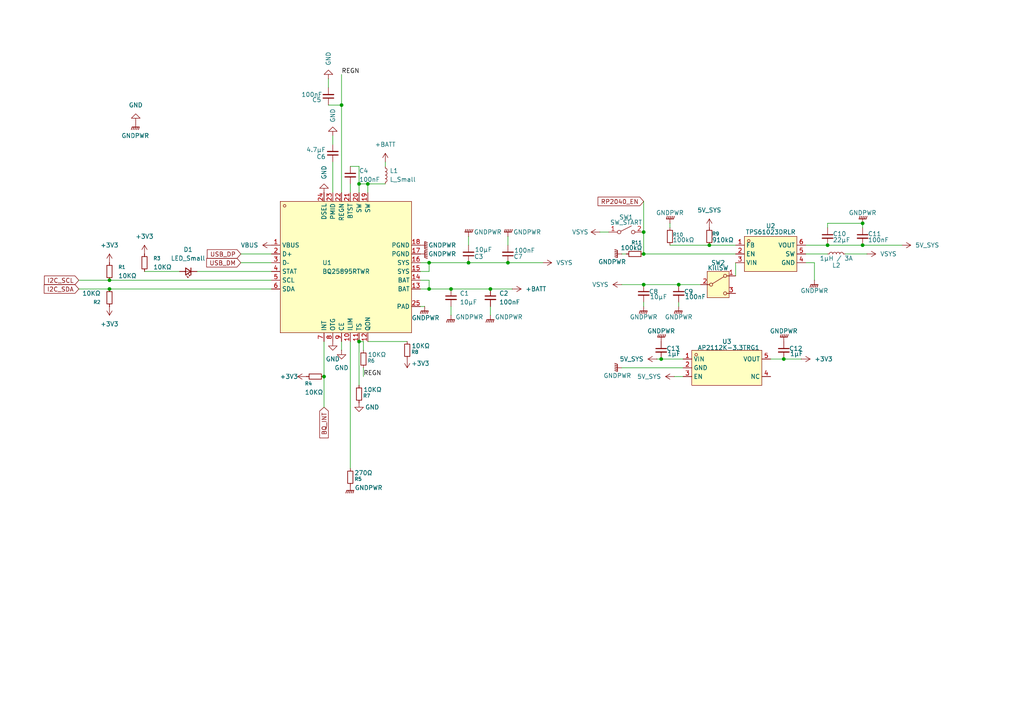
<source format=kicad_sch>
(kicad_sch (version 20250114) (generator "eeschema") (generator_version "9.0")
  (paper "A4")
  (lib_symbols
    (symbol "Device:C_Small" (pin_numbers (hide yes)) (pin_names (offset 0.254) (hide yes))
      (property "Reference" "C" (at 0.254 1.778 0))
      (property "Value" "C_Small" (at 0.254 -2.032 0))
      (symbol "C_Small_0_1"
        (polyline (pts (xy -1.524 0.508) (xy 1.524 0.508)) (stroke (width 0.3048)))
        (polyline (pts (xy -1.524 -0.508) (xy 1.524 -0.508)) (stroke (width 0.3302)))
      )
      (symbol "C_Small_1_1"
        (pin passive line (at 0 2.54 270) (length 2.032) (name "~") (number "1"))
        (pin passive line (at 0 -2.54 90) (length 2.032) (name "~") (number "2"))
      )
    )
    (symbol "Device:LED_Small" (pin_numbers (hide yes)) (pin_names (offset 0.254) (hide yes))
      (property "Reference" "D" (at -1.27 3.175 0))
      (property "Value" "LED_Small" (at -4.445 -2.54 0))
      (symbol "LED_Small_0_1"
        (polyline (pts (xy -0.762 -1.016) (xy -0.762 1.016)) (stroke (width 0.254)))
        (polyline (pts (xy 0 0.762) (xy -0.508 1.27) (xy -0.254 1.27) (xy -0.508 1.27) (xy -0.508 1.016)))
        (polyline (pts (xy 0.508 1.27) (xy 0 1.778) (xy 0.254 1.778) (xy 0 1.778) (xy 0 1.524)))
        (polyline (pts (xy 0.762 -1.016) (xy -0.762 0) (xy 0.762 1.016) (xy 0.762 -1.016)) (stroke (width 0.254)))
        (polyline (pts (xy 1.016 0) (xy -0.762 0)))
      )
      (symbol "LED_Small_1_1"
        (pin passive line (at -2.54 0 0) (length 1.778) (name "K") (number "1"))
        (pin passive line (at 2.54 0 180) (length 1.778) (name "A") (number "2"))
      )
    )
    (symbol "Device:L_Small" (pin_numbers (hide yes)) (pin_names (offset 0.254) (hide yes))
      (property "Reference" "L" (at 0.762 1.016 0))
      (property "Value" "L_Small" (at 0.762 -1.016 0))
      (symbol "L_Small_0_1"
        (arc (start 0 2.032) (mid 0.5058 1.524) (end 0 1.016))
        (arc (start 0 1.016) (mid 0.5058 0.508) (end 0 0))
        (arc (start 0 0) (mid 0.5058 -0.508) (end 0 -1.016))
        (arc (start 0 -1.016) (mid 0.5058 -1.524) (end 0 -2.032))
      )
      (symbol "L_Small_1_1"
        (pin passive line (at 0 2.54 270) (length 0.508) (name "~") (number "1"))
        (pin passive line (at 0 -2.54 90) (length 0.508) (name "~") (number "2"))
      )
    )
    (symbol "Device:R_Small" (pin_numbers (hide yes)) (pin_names (offset 0.254) (hide yes))
      (property "Reference" "R" (at 0 0 90))
      (property "Value" "R_Small" (at 1.778 0 90))
      (symbol "R_Small_0_1"
        (rectangle (start -0.762 1.778) (end 0.762 -1.778) (stroke (width 0.2032)))
      )
      (symbol "R_Small_1_1"
        (pin passive line (at 0 2.54 270) (length 0.762) (name "~") (number "1"))
        (pin passive line (at 0 -2.54 90) (length 0.762) (name "~") (number "2"))
      )
    )
    (symbol "PortaRe0:AP2112K-3.3TRG1"
      (property "Reference" "U" (at 0 7.62 0))
      (property "Value" "AP2112K-3.3TRG1" (at 0 -7.62 0))
      (symbol "AP2112K-3.3TRG1_0_1"
        (rectangle (start -10.16 5.08) (end 10.16 -5.08) (fill (type background)))
        (circle (center -8.89 3.81) (radius 0.38))
        (pin unspecified line (at -12.7 2.54 0) (length 2.54) (name "VIN") (number "1"))
        (pin unspecified line (at -12.7 0 0) (length 2.54) (name "GND") (number "2"))
        (pin unspecified line (at -12.7 -2.54 0) (length 2.54) (name "EN") (number "3"))
        (pin unspecified line (at 12.7 2.54 180) (length 2.54) (name "VOUT") (number "5"))
        (pin unspecified line (at 12.7 -2.54 180) (length 2.54) (name "NC") (number "4"))
      )
    )
    (symbol "PortaRe0:BQ25895RTWR"
      (property "Reference" "U" (at 0 26.67 0))
      (property "Value" "BQ25895RTWR" (at 0 -26.67 0))
      (symbol "BQ25895RTWR_0_1"
        (rectangle (start -19.05 19.05) (end 19.05 -19.05) (fill (type background)))
        (circle (center -17.78 17.78) (radius 0.38))
        (pin unspecified line (at -21.59 6.35 0) (length 2.54) (name "VBUS") (number "1"))
        (pin unspecified line (at -21.59 3.81 0) (length 2.54) (name "D+") (number "2"))
        (pin unspecified line (at -21.59 1.27 0) (length 2.54) (name "D–") (number "3"))
        (pin unspecified line (at -21.59 -1.27 0) (length 2.54) (name "STAT") (number "4"))
        (pin unspecified line (at -21.59 -3.81 0) (length 2.54) (name "SCL") (number "5"))
        (pin unspecified line (at -21.59 -6.35 0) (length 2.54) (name "SDA") (number "6"))
        (pin unspecified line (at -6.35 21.59 270) (length 2.54) (name "DSEL") (number "24"))
        (pin unspecified line (at -6.35 -21.59 90) (length 2.54) (name "INT") (number "7"))
        (pin unspecified line (at -3.81 21.59 270) (length 2.54) (name "PMID") (number "23"))
        (pin unspecified line (at -3.81 -21.59 90) (length 2.54) (name "OTG") (number "8"))
        (pin unspecified line (at -1.27 21.59 270) (length 2.54) (name "REGN") (number "22"))
        (pin unspecified line (at -1.27 -21.59 90) (length 2.54) (name "CE") (number "9"))
        (pin unspecified line (at 1.27 21.59 270) (length 2.54) (name "BTST") (number "21"))
        (pin unspecified line (at 1.27 -21.59 90) (length 2.54) (name "ILIM") (number "10"))
        (pin unspecified line (at 3.81 21.59 270) (length 2.54) (name "SW") (number "20"))
        (pin unspecified line (at 3.81 -21.59 90) (length 2.54) (name "TS") (number "11"))
        (pin unspecified line (at 6.35 21.59 270) (length 2.54) (name "SW") (number "19"))
        (pin unspecified line (at 6.35 -21.59 90) (length 2.54) (name "QON") (number "12"))
        (pin unspecified line (at 21.59 6.35 180) (length 2.54) (name "PGND") (number "18"))
        (pin unspecified line (at 21.59 3.81 180) (length 2.54) (name "PGND") (number "17"))
        (pin unspecified line (at 21.59 1.27 180) (length 2.54) (name "SYS") (number "16"))
        (pin unspecified line (at 21.59 -1.27 180) (length 2.54) (name "SYS") (number "15"))
        (pin unspecified line (at 21.59 -3.81 180) (length 2.54) (name "BAT") (number "14"))
        (pin unspecified line (at 21.59 -6.35 180) (length 2.54) (name "BAT") (number "13"))
        (pin unspecified line (at 21.59 -11.43 180) (length 2.54) (name "PAD") (number "25"))
      )
    )
    (symbol "PortaRe0:TPS61023DRLR"
      (property "Reference" "U" (at 0 7.62 0))
      (property "Value" "TPS61023DRLR" (at 0 -7.62 0))
      (symbol "TPS61023DRLR_0_1"
        (rectangle (start -7.62 5.08) (end 7.62 -5.08) (fill (type background)))
        (circle (center -6.35 3.81) (radius 0.38))
        (pin unspecified line (at -10.16 2.54 0) (length 2.54) (name "FB") (number "1"))
        (pin unspecified line (at -10.16 0 0) (length 2.54) (name "EN") (number "2"))
        (pin unspecified line (at -10.16 -2.54 0) (length 2.54) (name "VIN") (number "3"))
        (pin unspecified line (at 10.16 2.54 180) (length 2.54) (name "VOUT") (number "6"))
        (pin unspecified line (at 10.16 0 180) (length 2.54) (name "SW") (number "5"))
        (pin unspecified line (at 10.16 -2.54 180) (length 2.54) (name "GND") (number "4"))
      )
    )
    (symbol "Switch:SW_SPDT" (pin_names (offset 0) (hide yes))
      (property "Reference" "SW" (at 0 5.08 0))
      (property "Value" "SW_SPDT" (at 0 -5.08 0))
      (symbol "SW_SPDT_0_1"
        (circle (center -2.032 0) (radius 0.4572))
        (polyline (pts (xy -1.651 0.254) (xy 1.651 2.286)))
        (circle (center 2.032 2.54) (radius 0.4572))
        (circle (center 2.032 -2.54) (radius 0.4572))
      )
      (symbol "SW_SPDT_1_1"
        (rectangle (start -3.175 3.81) (end 3.175 -3.81) (fill (type background)))
        (pin passive line (at -5.08 0 0) (length 2.54) (name "B") (number "2"))
        (pin passive line (at 5.08 2.54 180) (length 2.54) (name "A") (number "1"))
        (pin passive line (at 5.08 -2.54 180) (length 2.54) (name "C") (number "3"))
      )
    )
    (symbol "Switch:SW_SPST" (pin_names (offset 0) (hide yes))
      (property "Reference" "SW" (at 0 3.175 0))
      (property "Value" "SW_SPST" (at 0 -2.54 0))
      (symbol "SW_SPST_0_0"
        (circle (center -2.032 0) (radius 0.508))
        (polyline (pts (xy -1.524 0.254) (xy 1.524 1.778)))
        (circle (center 2.032 0) (radius 0.508))
      )
      (symbol "SW_SPST_1_1"
        (pin passive line (at -5.08 0 0) (length 2.54) (name "A") (number "1"))
        (pin passive line (at 5.08 0 180) (length 2.54) (name "B") (number "2"))
      )
    )
    (symbol "power:+3V3" (power) (pin_numbers (hide yes)) (pin_names (offset 0) (hide yes))
      (property "Value" "+3V3" (at 0 3.556 0))
      (symbol "+3V3_0_1"
        (polyline (pts (xy -0.762 1.27) (xy 0 2.54)))
        (polyline (pts (xy 0 2.54) (xy 0.762 1.27)))
        (polyline (pts (xy 0 0) (xy 0 2.54)))
      )
      (symbol "+3V3_1_1"
        (pin power_in line (at 0 0 90) (length 0) (name "~") (number "1"))
      )
    )
    (symbol "power:+BATT" (power) (pin_numbers (hide yes)) (pin_names (offset 0) (hide yes))
      (property "Value" "+BATT" (at 0 3.556 0))
      (symbol "+BATT_0_1"
        (polyline (pts (xy -0.762 1.27) (xy 0 2.54)))
        (polyline (pts (xy 0 2.54) (xy 0.762 1.27)))
        (polyline (pts (xy 0 0) (xy 0 2.54)))
      )
      (symbol "+BATT_1_1"
        (pin power_in line (at 0 0 90) (length 0) (name "~") (number "1"))
      )
    )
    (symbol "power:5V_SYS" (power) (pin_numbers (hide yes)) (pin_names (offset 0) (hide yes))
      (property "Value" "5V_SYS" (at 0 3.556 0))
      (symbol "5V_SYS_0_1"
        (polyline (pts (xy -0.762 1.27) (xy 0 2.54)))
        (polyline (pts (xy 0 2.54) (xy 0.762 1.27)))
        (polyline (pts (xy 0 0) (xy 0 2.54)))
      )
      (symbol "5V_SYS_1_1"
        (pin power_in line (at 0 0 90) (length 0) (name "~") (number "1"))
      )
    )
    (symbol "power:GND" (power) (pin_numbers (hide yes)) (pin_names (offset 0) (hide yes))
      (property "Value" "GND" (at 0 -3.81 0))
      (symbol "GND_0_1"
        (polyline (pts (xy 0 0) (xy 0 -1.27) (xy 1.27 -1.27) (xy 0 -2.54) (xy -1.27 -1.27) (xy 0 -1.27)))
      )
      (symbol "GND_1_1"
        (pin power_in line (at 0 0 270) (length 0) (name "~") (number "1"))
      )
    )
    (symbol "power:GNDPWR" (power) (pin_numbers (hide yes)) (pin_names (offset 0) (hide yes))
      (property "Value" "GNDPWR" (at 0 -3.302 0))
      (symbol "GNDPWR_0_1"
        (polyline (pts (xy -1.016 -1.27) (xy -1.27 -2.032) (xy -1.27 -2.032)) (stroke (width 0.2032)))
        (polyline (pts (xy -0.508 -1.27) (xy -0.762 -2.032) (xy -0.762 -2.032)) (stroke (width 0.2032)))
        (polyline (pts (xy 0 -1.27) (xy 0 0)))
        (polyline (pts (xy 0 -1.27) (xy -0.254 -2.032) (xy -0.254 -2.032)) (stroke (width 0.2032)))
        (polyline (pts (xy 0.508 -1.27) (xy 0.254 -2.032) (xy 0.254 -2.032)) (stroke (width 0.2032)))
        (polyline (pts (xy 1.016 -1.27) (xy -1.016 -1.27) (xy -1.016 -1.27)) (stroke (width 0.2032)))
        (polyline (pts (xy 1.016 -1.27) (xy 0.762 -2.032) (xy 0.762 -2.032) (xy 0.762 -2.032)) (stroke (width 0.2032)))
      )
      (symbol "GNDPWR_1_1"
        (pin power_in line (at 0 0 270) (length 0) (name "~") (number "1"))
      )
    )
    (symbol "power:VBUS" (power) (pin_numbers (hide yes)) (pin_names (offset 0) (hide yes))
      (property "Value" "VBUS" (at 0 3.556 0))
      (symbol "VBUS_0_1"
        (polyline (pts (xy -0.762 1.27) (xy 0 2.54)))
        (polyline (pts (xy 0 2.54) (xy 0.762 1.27)))
        (polyline (pts (xy 0 0) (xy 0 2.54)))
      )
      (symbol "VBUS_1_1"
        (pin power_in line (at 0 0 90) (length 0) (name "~") (number "1"))
      )
    )
    (symbol "power:VSYS" (power) (pin_numbers (hide yes)) (pin_names (offset 0) (hide yes))
      (property "Value" "VSYS" (at 0 3.556 0))
      (symbol "VSYS_0_1"
        (polyline (pts (xy -0.762 1.27) (xy 0 2.54)))
        (polyline (pts (xy 0 2.54) (xy 0.762 1.27)))
        (polyline (pts (xy 0 0) (xy 0 2.54)))
      )
      (symbol "VSYS_1_1"
        (pin power_in line (at 0 0 90) (length 0) (name "~") (number "1"))
      )
    )
  )
  (junction (at 196.85 82.55))
  (junction (at 135.89 76.2))
  (junction (at 130.81 83.82))
  (junction (at 104.14 53.34))
  (junction (at 31.75 83.82))
  (junction (at 227.33 104.14))
  (junction (at 186.69 67.31))
  (junction (at 147.32 76.2))
  (junction (at 240.03 71.12))
  (junction (at 191.77 104.14))
  (junction (at 142.24 83.82))
  (junction (at 99.06 30.48))
  (junction (at 124.46 76.2))
  (junction (at 31.75 81.28))
  (junction (at 205.74 71.12))
  (junction (at 124.46 83.82))
  (junction (at 106.68 53.34))
  (junction (at 93.98 109.22))
  (junction (at 250.19 64.77))
  (junction (at 186.69 82.55))
  (junction (at 250.19 71.12))
  (junction (at 104.14 99.06))
  (junction (at 186.69 73.66))
  (wire (pts (xy 186.69 67.31) (xy 186.69 73.66)))
  (wire (pts (xy 99.06 21.59) (xy 99.06 30.48)))
  (wire (pts (xy 213.36 80.01) (xy 213.36 76.2)))
  (wire (pts (xy 124.46 76.2) (xy 124.46 78.74)))
  (wire (pts (xy 104.14 48.26) (xy 104.14 53.34)))
  (wire (pts (xy 205.74 71.12) (xy 213.36 71.12)))
  (wire (pts (xy 106.68 53.34) (xy 106.68 55.88)))
  (wire (pts (xy 124.46 83.82) (xy 130.81 83.82)))
  (wire (pts (xy 101.6 48.26) (xy 104.14 48.26)))
  (wire (pts (xy 190.5 104.14) (xy 191.77 104.14)))
  (wire (pts (xy 95.25 30.48) (xy 99.06 30.48)))
  (wire (pts (xy 57.15 78.74) (xy 78.74 78.74)))
  (wire (pts (xy 130.81 91.44) (xy 130.81 88.9)))
  (wire (pts (xy 22.86 81.28) (xy 31.75 81.28)))
  (wire (pts (xy 121.92 76.2) (xy 124.46 76.2)))
  (wire (pts (xy 135.89 68.58) (xy 135.89 71.12)))
  (wire (pts (xy 240.03 64.77) (xy 250.19 64.77)))
  (wire (pts (xy 227.33 104.14) (xy 223.52 104.14)))
  (wire (pts (xy 191.77 104.14) (xy 198.12 104.14)))
  (wire (pts (xy 121.92 83.82) (xy 124.46 83.82)))
  (wire (pts (xy 240.03 64.77) (xy 240.03 66.04)))
  (wire (pts (xy 240.03 73.66) (xy 233.68 73.66)))
  (wire (pts (xy 180.34 106.68) (xy 198.12 106.68)))
  (wire (pts (xy 123.19 88.9) (xy 121.92 88.9)))
  (wire (pts (xy 130.81 83.82) (xy 142.24 83.82)))
  (wire (pts (xy 251.46 73.66) (xy 245.11 73.66)))
  (wire (pts (xy 195.58 109.22) (xy 198.12 109.22)))
  (wire (pts (xy 104.14 53.34) (xy 106.68 53.34)))
  (wire (pts (xy 232.41 104.14) (xy 227.33 104.14)))
  (wire (pts (xy 93.98 118.11) (xy 93.98 109.22)))
  (wire (pts (xy 96.52 46.99) (xy 96.52 55.88)))
  (wire (pts (xy 135.89 76.2) (xy 147.32 76.2)))
  (wire (pts (xy 95.25 22.86) (xy 95.25 25.4)))
  (wire (pts (xy 93.98 99.06) (xy 93.98 109.22)))
  (wire (pts (xy 194.31 64.77) (xy 194.31 66.04)))
  (wire (pts (xy 101.6 135.89) (xy 101.6 99.06)))
  (wire (pts (xy 186.69 88.9) (xy 186.69 87.63)))
  (wire (pts (xy 194.31 71.12) (xy 205.74 71.12)))
  (wire (pts (xy 186.69 58.42) (xy 186.69 67.31)))
  (wire (pts (xy 105.41 99.06) (xy 104.14 99.06)))
  (wire (pts (xy 101.6 53.34) (xy 101.6 55.88)))
  (wire (pts (xy 250.19 71.12) (xy 261.62 71.12)))
  (wire (pts (xy 124.46 81.28) (xy 124.46 83.82)))
  (wire (pts (xy 106.68 53.34) (xy 111.76 53.34)))
  (wire (pts (xy 105.41 99.06) (xy 105.41 101.6)))
  (wire (pts (xy 240.03 71.12) (xy 250.19 71.12)))
  (wire (pts (xy 173.99 67.31) (xy 176.53 67.31)))
  (wire (pts (xy 52.07 78.74) (xy 41.91 78.74)))
  (wire (pts (xy 31.75 81.28) (xy 78.74 81.28)))
  (wire (pts (xy 118.11 99.06) (xy 106.68 99.06)))
  (wire (pts (xy 99.06 101.6) (xy 99.06 99.06)))
  (wire (pts (xy 104.14 99.06) (xy 104.14 111.76)))
  (wire (pts (xy 236.22 76.2) (xy 233.68 76.2)))
  (wire (pts (xy 180.34 82.55) (xy 186.69 82.55)))
  (wire (pts (xy 233.68 71.12) (xy 240.03 71.12)))
  (wire (pts (xy 196.85 88.9) (xy 196.85 87.63)))
  (wire (pts (xy 105.41 106.68) (xy 105.41 109.22)))
  (wire (pts (xy 147.32 68.58) (xy 147.32 71.12)))
  (wire (pts (xy 196.85 82.55) (xy 203.2 82.55)))
  (wire (pts (xy 250.19 64.77) (xy 250.19 66.04)))
  (wire (pts (xy 124.46 76.2) (xy 135.89 76.2)))
  (wire (pts (xy 104.14 55.88) (xy 104.14 53.34)))
  (wire (pts (xy 142.24 91.44) (xy 142.24 88.9)))
  (wire (pts (xy 69.85 73.66) (xy 78.74 73.66)))
  (wire (pts (xy 99.06 30.48) (xy 99.06 55.88)))
  (wire (pts (xy 236.22 81.28) (xy 236.22 76.2)))
  (wire (pts (xy 147.32 76.2) (xy 157.48 76.2)))
  (wire (pts (xy 180.34 73.66) (xy 181.61 73.66)))
  (wire (pts (xy 148.59 83.82) (xy 142.24 83.82)))
  (wire (pts (xy 96.52 39.37) (xy 96.52 41.91)))
  (wire (pts (xy 111.76 46.99) (xy 111.76 48.26)))
  (wire (pts (xy 186.69 82.55) (xy 196.85 82.55)))
  (wire (pts (xy 69.85 76.2) (xy 78.74 76.2)))
  (wire (pts (xy 22.86 83.82) (xy 31.75 83.82)))
  (wire (pts (xy 31.75 83.82) (xy 78.74 83.82)))
  (wire (pts (xy 124.46 81.28) (xy 121.92 81.28)))
  (wire (pts (xy 124.46 78.74) (xy 121.92 78.74)))
  (wire (pts (xy 186.69 73.66) (xy 213.36 73.66)))
  (label "REGN" (at 105.41 109.22 0))
  (label "REGN" (at 99.06 21.59 0))
  (global_label "I2C_SCL" (shape input) (at 22.86 81.28 180) (property "Intersheetrefs" "${INTERSHEET_REFS}" (effects (hide yes))))
  (global_label "USB_DM" (shape input) (at 69.85 76.2 180) (property "Intersheetrefs" "${INTERSHEET_REFS}" (effects (hide yes))))
  (global_label "BQ_INT" (shape input) (at 93.98 118.11 270) (property "Intersheetrefs" "${INTERSHEET_REFS}" (effects (hide yes))))
  (global_label "USB_DP" (shape input) (at 69.85 73.66 180) (property "Intersheetrefs" "${INTERSHEET_REFS}" (effects (hide yes))))
  (global_label "I2C_SDA" (shape input) (at 22.86 83.82 180) (property "Intersheetrefs" "${INTERSHEET_REFS}" (effects (hide yes))))
  (global_label "RP2040_EN" (shape input) (at 186.69 58.42 180) (property "Intersheetrefs" "${INTERSHEET_REFS}" (effects (hide yes))))
  (symbol (lib_id "power:GNDPWR") (at 236.22 81.28 0) (unit 1)
    (property "Reference" "#PWR026" (effects (hide yes)))
    (property "Value" "GNDPWR" (at 236.22 84.328 0))
    (property "Description" "Power symbol creates a global label with name \"GNDPWR\" , global ground" (effects (hide yes)))
  )
  (symbol (lib_id "Device:R_Small") (at 205.74 68.58 0) (unit 1)
    (property "Reference" "R9" (at 206.502 67.818 0) (effects (font (size 1.016 1.016)) (justify left)))
    (property "Value" "910kΩ" (at 206.502 69.596 0) (effects (justify left)))
    (property "Description" "Resistor, small symbol" (effects (hide yes)))
  )
  (symbol (lib_id "Device:C_Small") (at 186.69 85.09 0) (unit 1)
    (property "Reference" "C8" (at 188.214 84.582 0) (effects (justify left)))
    (property "Value" "10µF" (at 188.468 86.106 0) (effects (justify left)))
    (property "Description" "Unpolarized capacitor, small symbol" (effects (hide yes)))
  )
  (symbol (lib_id "Device:C_Small") (at 130.81 86.36 0) (unit 1)
    (property "Reference" "C1" (at 133.35 85.0962 0) (effects (justify left)))
    (property "Value" "10μF" (at 133.35 87.6362 0) (effects (justify left)))
    (property "Description" "Unpolarized capacitor, small symbol" (effects (hide yes)))
  )
  (symbol (lib_id "Switch:SW_SPDT") (at 208.28 82.55 0) (unit 1)
    (property "Reference" "SW2" (at 208.28 76.2 0))
    (property "Value" "KillSW" (at 208.28 77.724 0))
    (property "Description" "Switch, single pole double throw" (effects (hide yes)))
  )
  (symbol (lib_id "power:+3V3") (at 232.41 104.14 270) (unit 1)
    (property "Reference" "#PWR041" (effects (hide yes)))
    (property "Value" "+3V3" (at 236.22 104.1399 90) (effects (justify left)))
    (property "Description" "Power symbol creates a global label with name \"+3V3\"" (effects (hide yes)))
  )
  (symbol (lib_id "Device:C_Small") (at 95.25 27.94 180) (unit 1)
    (property "Reference" "C5" (at 93.218 28.956 0) (effects (justify left)))
    (property "Value" "100nF" (at 93.472 27.432 0) (effects (justify left)))
    (property "Description" "Unpolarized capacitor, small symbol" (effects (hide yes)))
  )
  (symbol (lib_id "power:GNDPWR") (at 191.77 99.06 180) (unit 1)
    (property "Reference" "#PWR029" (effects (hide yes)))
    (property "Value" "GNDPWR" (at 191.77 96.012 0))
    (property "Description" "Power symbol creates a global label with name \"GNDPWR\" , global ground" (effects (hide yes)))
  )
  (symbol (lib_id "Device:R_Small") (at 31.75 86.36 180) (unit 1)
    (property "Reference" "R2" (at 29.21 87.6301 0) (effects (font (size 1.016 1.016)) (justify left)))
    (property "Value" "10KΩ" (at 29.21 85.0901 0) (effects (justify left)))
    (property "Description" "Resistor, small symbol" (effects (hide yes)))
  )
  (symbol (lib_id "power:+3V3") (at 31.75 88.9 180) (unit 1)
    (property "Reference" "#PWR03" (effects (hide yes)))
    (property "Value" "+3V3" (at 31.75 93.98 0))
    (property "Description" "Power symbol creates a global label with name \"+3V3\"" (effects (hide yes)))
  )
  (symbol (lib_id "Device:R_Small") (at 91.44 109.22 90) (unit 1)
    (property "Reference" "R4" (at 88.392 111.252 90) (effects (font (size 1.016 1.016)) (justify right)))
    (property "Value" "10KΩ" (at 88.392 113.792 90) (effects (justify right)))
    (property "Description" "Resistor, small symbol" (effects (hide yes)))
  )
  (symbol (lib_id "power:GNDPWR") (at 121.92 71.12 90) (unit 1)
    (property "Reference" "#PWR014" (effects (hide yes)))
    (property "Value" "GNDPWR" (at 128.27 71.12 90))
    (property "Description" "Power symbol creates a global label with name \"GNDPWR\" , global ground" (effects (hide yes)))
  )
  (symbol (lib_id "power:VSYS") (at 180.34 82.55 90) (unit 1)
    (property "Reference" "#PWR038" (effects (hide yes)))
    (property "Value" "VSYS" (at 176.53 82.5499 90) (effects (justify left)))
    (property "Description" "Power symbol creates a global label with name \"VSYS\"" (effects (hide yes)))
  )
  (symbol (lib_id "power:VSYS") (at 251.46 73.66 270) (unit 1)
    (property "Reference" "#PWR039" (effects (hide yes)))
    (property "Value" "VSYS" (at 255.27 73.6599 90) (effects (justify left)))
    (property "Description" "Power symbol creates a global label with name \"VSYS\"" (effects (hide yes)))
  )
  (symbol (lib_id "power:GNDPWR") (at 142.24 91.44 0) (unit 1)
    (property "Reference" "#PWR012" (effects (hide yes)))
    (property "Value" "GNDPWR" (at 147.574 91.948 0))
    (property "Description" "Power symbol creates a global label with name \"GNDPWR\" , global ground" (effects (hide yes)))
  )
  (symbol (lib_id "Device:C_Small") (at 196.85 85.09 0) (unit 1)
    (property "Reference" "C9" (at 198.374 84.582 0) (effects (justify left)))
    (property "Value" "100nF" (at 198.628 86.106 0) (effects (justify left)))
    (property "Description" "Unpolarized capacitor, small symbol" (effects (hide yes)))
  )
  (symbol (lib_id "power:GNDPWR") (at 180.34 106.68 270) (unit 1)
    (property "Reference" "#PWR027" (effects (hide yes)))
    (property "Value" "GNDPWR" (at 179.07 108.966 90))
    (property "Description" "Power symbol creates a global label with name \"GNDPWR\" , global ground" (effects (hide yes)))
  )
  (symbol (lib_id "PortaRe0:TPS61023DRLR") (at 223.52 73.66 0) (unit 1)
    (property "Reference" "U2" (at 223.52 65.532 0))
    (property "Value" "TPS61023DRLR" (at 223.52 67.31 0))
    (property "Footprint" "PortaRe0:SOT-563_L1.6-W1.2-P0.50-LS1.6-BR" (effects (hide yes)))
    (property "LCSC Part" "C919459" (effects (hide yes)))
  )
  (symbol (lib_id "power:GND") (at 96.52 39.37 180) (unit 1)
    (property "Reference" "#PWR018" (effects (hide yes)))
    (property "Value" "GND" (at 96.5201 35.56 90) (effects (justify right)))
    (property "Description" "Power symbol creates a global label with name \"GND\" , ground" (effects (hide yes)))
  )
  (symbol (lib_id "power:GND") (at 95.25 22.86 180) (unit 1)
    (property "Reference" "#PWR017" (effects (hide yes)))
    (property "Value" "GND" (at 95.2501 19.05 90) (effects (justify right)))
    (property "Description" "Power symbol creates a global label with name \"GND\" , ground" (effects (hide yes)))
  )
  (symbol (lib_id "Device:R_Small") (at 41.91 76.2 0) (unit 1)
    (property "Reference" "R3" (at 44.45 74.9299 0) (effects (font (size 1.016 1.016)) (justify left)))
    (property "Value" "10KΩ" (at 44.45 77.4699 0) (effects (justify left)))
    (property "Description" "Resistor, small symbol" (effects (hide yes)))
  )
  (symbol (lib_id "power:GND") (at 99.06 101.6 0) (unit 1)
    (property "Reference" "#PWR07" (effects (hide yes)))
    (property "Value" "GND" (at 99.06 106.68 0))
    (property "Description" "Power symbol creates a global label with name \"GND\" , ground" (effects (hide yes)))
  )
  (symbol (lib_id "power:GNDPWR") (at 121.92 73.66 90) (unit 1)
    (property "Reference" "#PWR015" (effects (hide yes)))
    (property "Value" "GNDPWR" (at 128.27 73.66 90))
    (property "Description" "Power symbol creates a global label with name \"GNDPWR\" , global ground" (effects (hide yes)))
  )
  (symbol (lib_id "power:+3V3") (at 41.91 73.66 0) (unit 1)
    (property "Reference" "#PWR04" (effects (hide yes)))
    (property "Value" "+3V3" (at 41.91 68.58 0))
    (property "Description" "Power symbol creates a global label with name \"+3V3\"" (effects (hide yes)))
  )
  (symbol (lib_id "Device:L_Small") (at 111.76 50.8 0) (unit 1)
    (property "Reference" "L1" (at 113.03 49.5299 0) (effects (justify left)))
    (property "Value" "L_Small" (at 113.03 52.0699 0) (effects (justify left)))
    (property "Description" "Inductor, small symbol" (effects (hide yes)))
  )
  (symbol (lib_id "power:GND") (at 39.37 35.56 180) (unit 1)
    (property "Reference" "#PWR047" (effects (hide yes)))
    (property "Value" "GND" (at 39.37 30.48 0))
    (property "Description" "Power symbol creates a global label with name \"GND\" , ground" (effects (hide yes)))
  )
  (symbol (lib_id "power:GNDPWR") (at 123.19 88.9 0) (unit 1)
    (property "Reference" "#PWR013" (effects (hide yes)))
    (property "Value" "GNDPWR" (at 123.444 92.202 0))
    (property "Description" "Power symbol creates a global label with name \"GNDPWR\" , global ground" (effects (hide yes)))
  )
  (symbol (lib_id "power:GNDPWR") (at 194.31 64.77 180) (unit 1)
    (property "Reference" "#PWR024" (effects (hide yes)))
    (property "Value" "GNDPWR" (at 194.31 61.722 0))
    (property "Description" "Power symbol creates a global label with name \"GNDPWR\" , global ground" (effects (hide yes)))
  )
  (symbol (lib_id "power:GNDPWR") (at 147.32 68.58 180) (unit 1)
    (property "Reference" "#PWR020" (effects (hide yes)))
    (property "Value" "GNDPWR" (at 152.908 67.31 0))
    (property "Description" "Power symbol creates a global label with name \"GNDPWR\" , global ground" (effects (hide yes)))
  )
  (symbol (lib_id "power:+BATT") (at 148.59 83.82 270) (unit 1)
    (property "Reference" "#PWR031" (effects (hide yes)))
    (property "Value" "+BATT" (at 152.4 83.8199 90) (effects (justify left)))
    (property "Description" "Power symbol creates a global label with name \"+BATT\"" (effects (hide yes)))
  )
  (symbol (lib_id "Device:LED_Small") (at 54.61 78.74 180) (unit 1)
    (property "Reference" "D1" (at 54.5465 72.39 0))
    (property "Value" "LED_Small" (at 54.5465 74.93 0))
    (property "Description" "Light emitting diode, small symbol" (effects (hide yes)))
    (property "Sim.Pin" "1=K 2=A" (effects (hide yes)))
  )
  (symbol (lib_id "power:GNDPWR") (at 39.37 35.56 0) (unit 1)
    (property "Reference" "#PWR046" (effects (hide yes)))
    (property "Value" "GNDPWR" (at 39.243 39.37 0))
    (property "Description" "Power symbol creates a global label with name \"GNDPWR\" , global ground" (effects (hide yes)))
  )
  (symbol (lib_id "power:GND") (at 104.14 116.84 0) (unit 1)
    (property "Reference" "#PWR09" (effects (hide yes)))
    (property "Value" "GND" (at 107.95 118.11 0))
    (property "Description" "Power symbol creates a global label with name \"GND\" , ground" (effects (hide yes)))
  )
  (symbol (lib_id "power:5V_SYS") (at 261.62 71.12 270) (unit 1)
    (property "Reference" "#PWR033" (effects (hide yes)))
    (property "Value" "5V_SYS" (at 265.43 71.1199 90) (effects (justify left)))
    (property "Description" "Power symbol creates a global label with name \"VSYS\"" (effects (hide yes)))
  )
  (symbol (lib_id "power:5V_SYS") (at 195.58 109.22 90) (mirror x) (unit 1)
    (property "Reference" "#PWR035" (effects (hide yes)))
    (property "Value" "5V_SYS" (at 191.77 109.2199 90) (effects (justify left)))
    (property "Description" "Power symbol creates a global label with name \"VSYS\"" (effects (hide yes)))
  )
  (symbol (lib_id "power:GNDPWR") (at 130.81 91.44 0) (unit 1)
    (property "Reference" "#PWR011" (effects (hide yes)))
    (property "Value" "GNDPWR" (at 136.144 91.948 0))
    (property "Description" "Power symbol creates a global label with name \"GNDPWR\" , global ground" (effects (hide yes)))
  )
  (symbol (lib_id "power:GNDPWR") (at 186.69 88.9 0) (unit 1)
    (property "Reference" "#PWR022" (effects (hide yes)))
    (property "Value" "GNDPWR" (at 186.69 91.948 0))
    (property "Description" "Power symbol creates a global label with name \"GNDPWR\" , global ground" (effects (hide yes)))
  )
  (symbol (lib_id "power:5V_SYS") (at 190.5 104.14 90) (mirror x) (unit 1)
    (property "Reference" "#PWR036" (effects (hide yes)))
    (property "Value" "5V_SYS" (at 186.69 104.1399 90) (effects (justify left)))
    (property "Description" "Power symbol creates a global label with name \"VSYS\"" (effects (hide yes)))
  )
  (symbol (lib_id "power:GNDPWR") (at 250.19 64.77 180) (unit 1)
    (property "Reference" "#PWR023" (effects (hide yes)))
    (property "Value" "GNDPWR" (at 250.19 61.722 0))
    (property "Description" "Power symbol creates a global label with name \"GNDPWR\" , global ground" (effects (hide yes)))
  )
  (symbol (lib_id "Switch:SW_SPST") (at 181.61 67.31 0) (unit 1)
    (property "Reference" "SW1" (at 181.61 62.992 0))
    (property "Value" "SW_START" (at 181.61 64.516 0))
    (property "Description" "Single Pole Single Throw (SPST) switch" (effects (hide yes)))
  )
  (symbol (lib_id "Device:C_Small") (at 250.19 68.58 0) (unit 1)
    (property "Reference" "C11" (at 251.714 67.818 0) (effects (justify left)))
    (property "Value" "100nF" (at 251.714 69.596 0) (effects (justify left)))
    (property "Description" "Unpolarized capacitor, small symbol" (effects (hide yes)))
  )
  (symbol (lib_id "Device:R_Small") (at 194.31 68.58 0) (unit 1)
    (property "Reference" "R10" (at 195.072 68.072 0) (effects (font (size 1.016 1.016)) (justify left)))
    (property "Value" "100kΩ" (at 195.072 69.596 0) (effects (justify left)))
    (property "Description" "Resistor, small symbol" (effects (hide yes)))
  )
  (symbol (lib_id "power:VBUS") (at 78.74 71.12 90) (unit 1)
    (property "Reference" "#PWR01" (effects (hide yes)))
    (property "Value" "VBUS" (at 74.93 71.1199 90) (effects (justify left)))
    (property "Description" "Power symbol creates a global label with name \"VBUS\"" (effects (hide yes)))
  )
  (symbol (lib_id "PortaRe0:AP2112K-3.3TRG1") (at 210.82 106.68 0) (unit 1)
    (property "Reference" "U3" (at 210.82 99.06 0))
    (property "Value" "AP2112K-3.3TRG1" (at 211.328 100.838 0))
    (property "Footprint" "PortaRe0:SOT-25-5_L2.9-W1.6-P0.95-LS2.8-BL" (effects (hide yes)))
    (property "Datasheet" "https://lcsc.com/product-detail/Low-Dropout-Regulators-LDO_DIODES_AP2112K-3-3TRG1_AP2112K-3-3TRG1_C51118.html" (effects (hide yes)))
    (property "LCSC Part" "C51118" (effects (hide yes)))
  )
  (symbol (lib_id "power:GNDPWR") (at 180.34 73.66 270) (unit 1)
    (property "Reference" "#PWR025" (effects (hide yes)))
    (property "Value" "GNDPWR" (at 177.546 75.946 90))
    (property "Description" "Power symbol creates a global label with name \"GNDPWR\" , global ground" (effects (hide yes)))
  )
  (symbol (lib_id "PortaRe0:BQ25895RTWR") (at 100.33 77.47 0) (unit 1)
    (property "Reference" "U1" (at 93.472 76.2 0) (effects (justify left)))
    (property "Value" "BQ25895RTWR" (at 93.472 78.74 0) (effects (justify left)))
    (property "Footprint" "PortaRe0:QFN-24_L4.0-W4.0-P0.50-TL-EP2.7" (effects (hide yes)))
    (property "Datasheet" "https://lcsc.com/product-detail/PMIC-Battery-Management_TI_BQ25895RTWR_BQ25895RTWR_C80200.html" (effects (hide yes)))
    (property "LCSC Part" "C80200" (effects (hide yes)))
  )
  (symbol (lib_id "Device:R_Small") (at 101.6 138.43 0) (unit 1)
    (property "Reference" "R5" (at 103.886 138.938 0) (effects (font (size 1.016 1.016))))
    (property "Value" "270Ω" (at 105.41 137.16 0))
    (property "Description" "Resistor, small symbol" (effects (hide yes)))
  )
  (symbol (lib_id "power:GNDPWR") (at 135.89 68.58 180) (unit 1)
    (property "Reference" "#PWR016" (effects (hide yes)))
    (property "Value" "GNDPWR" (at 141.478 67.31 0))
    (property "Description" "Power symbol creates a global label with name \"GNDPWR\" , global ground" (effects (hide yes)))
  )
  (symbol (lib_id "Device:C_Small") (at 96.52 44.45 180) (unit 1)
    (property "Reference" "C6" (at 94.488 45.466 0) (effects (justify left)))
    (property "Value" "4.7µF" (at 94.488 43.434 0) (effects (justify left)))
    (property "Description" "Unpolarized capacitor, small symbol" (effects (hide yes)))
  )
  (symbol (lib_id "Device:R_Small") (at 118.11 101.6 180) (unit 1)
    (property "Reference" "R8" (at 121.412 102.108 0) (effects (font (size 1.016 1.016)) (justify left)))
    (property "Value" "10KΩ" (at 124.714 100.33 0) (effects (justify left)))
    (property "Description" "Resistor, small symbol" (effects (hide yes)))
  )
  (symbol (lib_id "Device:R_Small") (at 184.15 73.66 270) (unit 1)
    (property "Reference" "R11" (at 184.658 70.358 90) (effects (font (size 1.016 1.016))))
    (property "Value" "100kΩ" (at 183.134 71.882 90))
    (property "Description" "Resistor, small symbol" (effects (hide yes)))
  )
  (symbol (lib_id "power:GND") (at 96.52 99.06 0) (unit 1)
    (property "Reference" "#PWR06" (effects (hide yes)))
    (property "Value" "GND" (at 96.52 104.14 0))
    (property "Description" "Power symbol creates a global label with name \"GND\" , ground" (effects (hide yes)))
  )
  (symbol (lib_id "power:VSYS") (at 173.99 67.31 90) (unit 1)
    (property "Reference" "#PWR040" (effects (hide yes)))
    (property "Value" "VSYS" (at 170.688 67.31 90) (effects (justify left)))
    (property "Description" "Power symbol creates a global label with name \"VSYS\"" (effects (hide yes)))
  )
  (symbol (lib_id "power:VSYS") (at 157.48 76.2 270) (unit 1)
    (property "Reference" "#PWR037" (effects (hide yes)))
    (property "Value" "VSYS" (at 161.29 76.1999 90) (effects (justify left)))
    (property "Description" "Power symbol creates a global label with name \"VSYS\"" (effects (hide yes)))
  )
  (symbol (lib_id "Device:C_Small") (at 147.32 73.66 180) (unit 1)
    (property "Reference" "C7" (at 151.638 74.422 0) (effects (justify left)))
    (property "Value" "100nF" (at 155.194 72.644 0) (effects (justify left)))
    (property "Description" "Unpolarized capacitor, small symbol" (effects (hide yes)))
  )
  (symbol (lib_id "Device:C_Small") (at 227.33 101.6 0) (unit 1)
    (property "Reference" "C12" (at 228.854 101.092 0) (effects (justify left)))
    (property "Value" "1µF" (at 229.108 102.616 0) (effects (justify left)))
    (property "Description" "Unpolarized capacitor, small symbol" (effects (hide yes)))
  )
  (symbol (lib_id "power:+3V3") (at 88.9 109.22 90) (unit 1)
    (property "Reference" "#PWR05" (effects (hide yes)))
    (property "Value" "+3V3" (at 83.82 109.22 90))
    (property "Description" "Power symbol creates a global label with name \"+3V3\"" (effects (hide yes)))
  )
  (symbol (lib_id "Device:C_Small") (at 142.24 86.36 0) (unit 1)
    (property "Reference" "C2" (at 144.78 85.0962 0) (effects (justify left)))
    (property "Value" "100nF" (at 144.78 87.6362 0) (effects (justify left)))
    (property "Description" "Unpolarized capacitor, small symbol" (effects (hide yes)))
  )
  (symbol (lib_id "Device:C_Small") (at 101.6 50.8 0) (unit 1)
    (property "Reference" "C4" (at 104.14 49.5362 0) (effects (justify left)))
    (property "Value" "100nF" (at 104.14 52.0762 0) (effects (justify left)))
    (property "Description" "Unpolarized capacitor, small symbol" (effects (hide yes)))
  )
  (symbol (lib_id "Device:R_Small") (at 104.14 114.3 180) (unit 1)
    (property "Reference" "R7" (at 107.442 114.808 0) (effects (font (size 1.016 1.016)) (justify left)))
    (property "Value" "10KΩ" (at 110.744 113.03 0) (effects (justify left)))
    (property "Description" "Resistor, small symbol" (effects (hide yes)))
  )
  (symbol (lib_id "power:GNDPWR") (at 101.6 140.97 0) (unit 1)
    (property "Reference" "#PWR08" (effects (hide yes)))
    (property "Value" "GNDPWR" (at 106.934 141.478 0))
    (property "Description" "Power symbol creates a global label with name \"GNDPWR\" , global ground" (effects (hide yes)))
  )
  (symbol (lib_id "power:+BATT") (at 111.76 46.99 0) (unit 1)
    (property "Reference" "#PWR032" (effects (hide yes)))
    (property "Value" "+BATT" (at 111.76 41.91 0))
    (property "Description" "Power symbol creates a global label with name \"+BATT\"" (effects (hide yes)))
  )
  (symbol (lib_id "Device:L_Small") (at 242.57 73.66 90) (unit 1)
    (property "Reference" "L2" (at 242.57 76.962 90))
    (property "Value" "1µH / 3A" (at 242.57 74.93 90))
    (property "Description" "Inductor, small symbol" (effects (hide yes)))
  )
  (symbol (lib_id "power:+3V3") (at 31.75 76.2 0) (unit 1)
    (property "Reference" "#PWR02" (effects (hide yes)))
    (property "Value" "+3V3" (at 31.75 71.12 0))
    (property "Description" "Power symbol creates a global label with name \"+3V3\"" (effects (hide yes)))
  )
  (symbol (lib_id "power:GNDPWR") (at 227.33 99.06 180) (unit 1)
    (property "Reference" "#PWR030" (effects (hide yes)))
    (property "Value" "GNDPWR" (at 227.33 96.012 0))
    (property "Description" "Power symbol creates a global label with name \"GNDPWR\" , global ground" (effects (hide yes)))
  )
  (symbol (lib_id "Device:R_Small") (at 31.75 78.74 0) (unit 1)
    (property "Reference" "R1" (at 34.29 77.4699 0) (effects (font (size 1.016 1.016)) (justify left)))
    (property "Value" "10KΩ" (at 34.29 80.0099 0) (effects (justify left)))
    (property "Description" "Resistor, small symbol" (effects (hide yes)))
  )
  (symbol (lib_id "power:5V_SYS") (at 205.74 66.04 0) (unit 1)
    (property "Reference" "#PWR034" (effects (hide yes)))
    (property "Value" "5V_SYS" (at 205.74 60.96 0))
    (property "Description" "Power symbol creates a global label with name \"VSYS\"" (effects (hide yes)))
  )
  (symbol (lib_id "Device:R_Small") (at 105.41 104.14 180) (unit 1)
    (property "Reference" "R6" (at 108.712 104.648 0) (effects (font (size 1.016 1.016)) (justify left)))
    (property "Value" "10KΩ" (at 112.014 102.87 0) (effects (justify left)))
    (property "Description" "Resistor, small symbol" (effects (hide yes)))
  )
  (symbol (lib_id "Device:C_Small") (at 191.77 101.6 0) (unit 1)
    (property "Reference" "C13" (at 193.294 101.092 0) (effects (justify left)))
    (property "Value" "1µF" (at 193.548 102.616 0) (effects (justify left)))
    (property "Description" "Unpolarized capacitor, small symbol" (effects (hide yes)))
  )
  (symbol (lib_id "Device:C_Small") (at 135.89 73.66 180) (unit 1)
    (property "Reference" "C3" (at 140.208 74.422 0) (effects (justify left)))
    (property "Value" "10μF" (at 142.748 72.39 0) (effects (justify left)))
    (property "Description" "Unpolarized capacitor, small symbol" (effects (hide yes)))
  )
  (symbol (lib_id "power:GNDPWR") (at 196.85 88.9 0) (unit 1)
    (property "Reference" "#PWR021" (effects (hide yes)))
    (property "Value" "GNDPWR" (at 196.85 91.948 0))
    (property "Description" "Power symbol creates a global label with name \"GNDPWR\" , global ground" (effects (hide yes)))
  )
  (symbol (lib_id "power:GND") (at 93.98 55.88 180) (unit 1)
    (property "Reference" "#PWR019" (effects (hide yes)))
    (property "Value" "GND" (at 93.9801 52.07 90) (effects (justify right)))
    (property "Description" "Power symbol creates a global label with name \"GND\" , ground" (effects (hide yes)))
  )
  (symbol (lib_id "Device:C_Small") (at 240.03 68.58 0) (unit 1)
    (property "Reference" "C10" (at 241.554 67.818 0) (effects (justify left)))
    (property "Value" "22µF" (at 241.554 69.596 0) (effects (justify left)))
    (property "Description" "Unpolarized capacitor, small symbol" (effects (hide yes)))
  )
  (symbol (lib_id "power:+3V3") (at 118.11 104.14 180) (unit 1)
    (property "Reference" "#PWR010" (effects (hide yes)))
    (property "Value" "+3V3" (at 121.92 105.41 0))
    (property "Description" "Power symbol creates a global label with name \"+3V3\"" (effects (hide yes)))
  )
)
</source>
